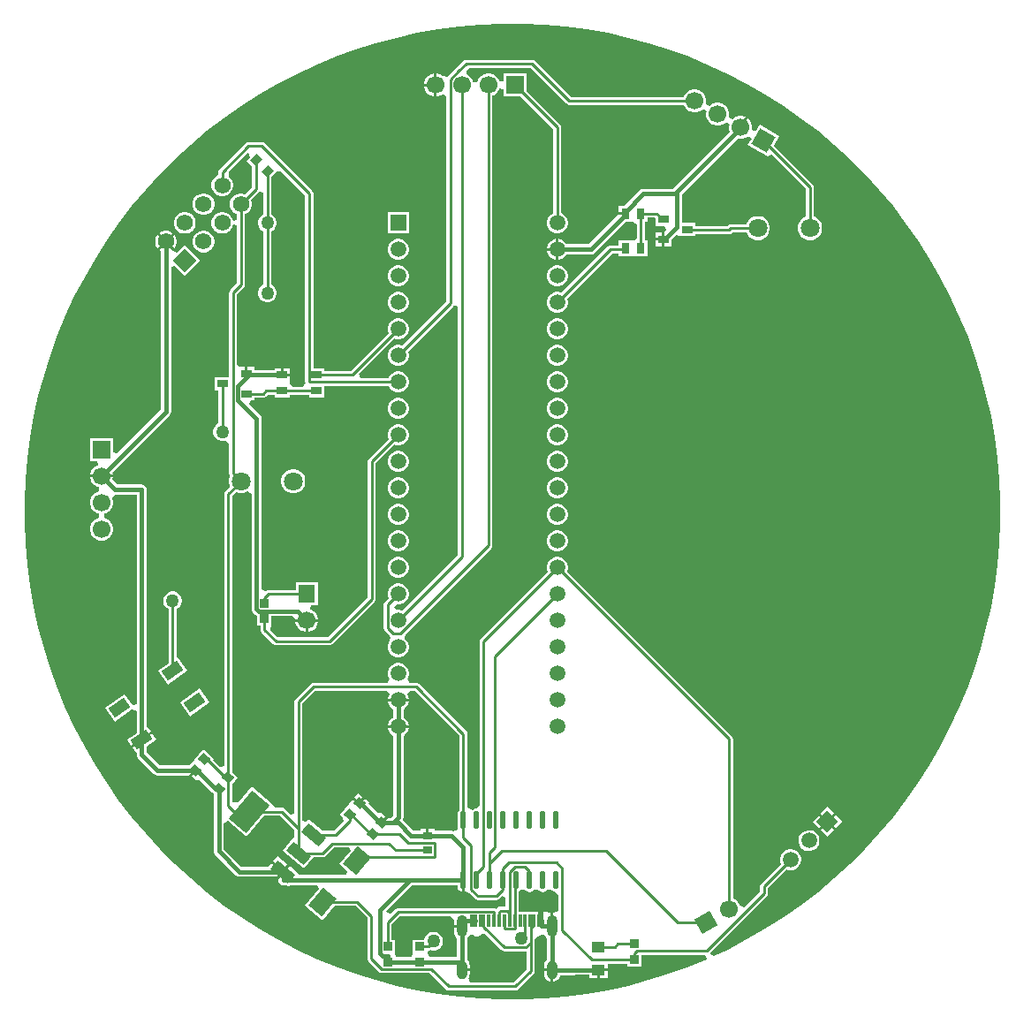
<source format=gtl>
G04*
G04 #@! TF.GenerationSoftware,Altium Limited,Altium Designer,24.6.1 (21)*
G04*
G04 Layer_Physical_Order=1*
G04 Layer_Color=255*
%FSLAX25Y25*%
%MOIN*%
G70*
G04*
G04 #@! TF.SameCoordinates,14203EA7-49FE-442F-A609-4801219AAA54*
G04*
G04*
G04 #@! TF.FilePolarity,Positive*
G04*
G01*
G75*
%ADD11C,0.01000*%
G04:AMPARAMS|DCode=17|XSize=86.61mil|YSize=66.93mil|CornerRadius=0mil|HoleSize=0mil|Usage=FLASHONLY|Rotation=230.000|XOffset=0mil|YOffset=0mil|HoleType=Round|Shape=Rectangle|*
%AMROTATEDRECTD17*
4,1,4,0.00220,0.05469,0.05347,0.01167,-0.00220,-0.05469,-0.05347,-0.01167,0.00220,0.05469,0.0*
%
%ADD17ROTATEDRECTD17*%

%ADD18O,0.02205X0.06870*%
%ADD19R,0.03937X0.03150*%
%ADD20R,0.02953X0.03937*%
G04:AMPARAMS|DCode=21|XSize=70.87mil|YSize=43.31mil|CornerRadius=0mil|HoleSize=0mil|Usage=FLASHONLY|Rotation=35.000|XOffset=0mil|YOffset=0mil|HoleType=Round|Shape=Rectangle|*
%AMROTATEDRECTD21*
4,1,4,-0.01661,-0.03806,-0.04145,-0.00259,0.01661,0.03806,0.04145,0.00259,-0.01661,-0.03806,0.0*
%
%ADD21ROTATEDRECTD21*%

%ADD22R,0.03937X0.02953*%
G04:AMPARAMS|DCode=23|XSize=137.8mil|YSize=86.61mil|CornerRadius=0mil|HoleSize=0mil|Usage=FLASHONLY|Rotation=50.000|XOffset=0mil|YOffset=0mil|HoleType=Round|Shape=Rectangle|*
%AMROTATEDRECTD23*
4,1,4,-0.01111,-0.08062,-0.07746,-0.02494,0.01111,0.08062,0.07746,0.02494,-0.01111,-0.08062,0.0*
%
%ADD23ROTATEDRECTD23*%

G04:AMPARAMS|DCode=24|XSize=43.31mil|YSize=86.61mil|CornerRadius=0mil|HoleSize=0mil|Usage=FLASHONLY|Rotation=50.000|XOffset=0mil|YOffset=0mil|HoleType=Round|Shape=Rectangle|*
%AMROTATEDRECTD24*
4,1,4,0.01926,-0.04443,-0.04709,0.01125,-0.01926,0.04443,0.04709,-0.01125,0.01926,-0.04443,0.0*
%
%ADD24ROTATEDRECTD24*%

G04:AMPARAMS|DCode=25|XSize=31.5mil|YSize=35.43mil|CornerRadius=0mil|HoleSize=0mil|Usage=FLASHONLY|Rotation=50.000|XOffset=0mil|YOffset=0mil|HoleType=Round|Shape=Rectangle|*
%AMROTATEDRECTD25*
4,1,4,0.00345,-0.02345,-0.02369,-0.00068,-0.00345,0.02345,0.02369,0.00068,0.00345,-0.02345,0.0*
%
%ADD25ROTATEDRECTD25*%

%ADD26R,0.03543X0.03150*%
%ADD27R,0.04921X0.03937*%
%ADD59R,0.01181X0.04528*%
%ADD60R,0.03402X0.03175*%
G04:AMPARAMS|DCode=61|XSize=31.75mil|YSize=34.02mil|CornerRadius=0mil|HoleSize=0mil|Usage=FLASHONLY|Rotation=135.000|XOffset=0mil|YOffset=0mil|HoleType=Round|Shape=Rectangle|*
%AMROTATEDRECTD61*
4,1,4,0.02325,0.00080,-0.00080,-0.02325,-0.02325,-0.00080,0.00080,0.02325,0.02325,0.00080,0.0*
%
%ADD61ROTATEDRECTD61*%

%ADD62C,0.01800*%
%ADD63P,0.09465X4X195.0*%
%ADD64C,0.06693*%
%ADD65R,0.06693X0.06693*%
%ADD66R,0.06693X0.06693*%
G04:AMPARAMS|DCode=67|XSize=66.93mil|YSize=62mil|CornerRadius=0mil|HoleSize=0mil|Usage=FLASHONLY|Rotation=30.000|XOffset=0mil|YOffset=0mil|HoleType=Round|Shape=Rectangle|*
%AMROTATEDRECTD67*
4,1,4,-0.01348,-0.04358,-0.04448,0.01011,0.01348,0.04358,0.04448,-0.01011,-0.01348,-0.04358,0.0*
%
%ADD67ROTATEDRECTD67*%

%ADD68C,0.05906*%
%ADD69P,0.08352X4X91.0*%
%ADD70O,0.03937X0.08268*%
%ADD71O,0.03937X0.07087*%
%ADD72C,0.07087*%
%ADD73P,0.08768X4X90.0*%
%ADD74C,0.06200*%
%ADD75R,0.05906X0.05906*%
%ADD76R,0.06200X0.06693*%
%ADD77C,0.05000*%
G36*
X-78129Y119466D02*
Y49000D01*
X-78068Y48693D01*
X-78602Y47686D01*
X-79001Y47193D01*
X-82726D01*
X-83833Y48140D01*
Y49092D01*
X-83833D01*
Y51069D01*
X-86802D01*
Y51569D01*
X-87302D01*
Y54045D01*
X-89770D01*
Y53506D01*
X-97306D01*
Y54602D01*
X-99774D01*
Y52027D01*
X-100774D01*
Y54602D01*
X-103243D01*
X-103813Y55866D01*
Y81981D01*
X-101276Y84519D01*
X-100945Y85015D01*
X-100828Y85600D01*
Y112236D01*
X-100775Y112250D01*
X-99840Y112790D01*
X-99077Y113554D01*
X-98537Y114488D01*
X-98258Y115531D01*
Y116611D01*
X-98537Y117654D01*
X-98565Y117701D01*
X-95516Y120750D01*
X-95432Y120875D01*
X-93932Y120437D01*
Y112159D01*
X-94552Y111801D01*
X-95204Y111149D01*
X-95664Y110351D01*
X-95903Y109461D01*
Y108539D01*
X-95664Y107649D01*
X-95204Y106851D01*
X-94552Y106199D01*
X-93932Y105842D01*
Y85659D01*
X-94552Y85301D01*
X-95204Y84649D01*
X-95664Y83851D01*
X-95903Y82961D01*
Y82039D01*
X-95664Y81149D01*
X-95204Y80351D01*
X-94552Y79699D01*
X-93754Y79238D01*
X-92864Y79000D01*
X-91942D01*
X-91052Y79238D01*
X-90254Y79699D01*
X-89602Y80351D01*
X-89141Y81149D01*
X-88903Y82039D01*
Y82961D01*
X-89141Y83851D01*
X-89602Y84649D01*
X-90254Y85301D01*
X-90873Y85659D01*
Y105842D01*
X-90254Y106199D01*
X-89602Y106851D01*
X-89141Y107649D01*
X-88903Y108539D01*
Y109461D01*
X-89141Y110351D01*
X-89602Y111149D01*
X-90254Y111801D01*
X-90873Y112159D01*
Y126273D01*
X-88663Y128483D01*
X-87176Y128513D01*
X-78129Y119466D01*
D02*
G37*
G36*
X12042Y183718D02*
X20044Y183017D01*
X28008Y181969D01*
X35918Y180574D01*
X43761Y178835D01*
X51520Y176756D01*
X59181Y174341D01*
X66729Y171594D01*
X74150Y168520D01*
X81431Y165125D01*
X88556Y161416D01*
X95512Y157399D01*
X102287Y153083D01*
X108867Y148476D01*
X115240Y143586D01*
X121393Y138423D01*
X127316Y132996D01*
X132996Y127316D01*
X138423Y121393D01*
X143586Y115240D01*
X148476Y108867D01*
X153083Y102287D01*
X157399Y95512D01*
X161416Y88556D01*
X165125Y81431D01*
X168520Y74150D01*
X171594Y66729D01*
X174341Y59181D01*
X176756Y51520D01*
X178835Y43761D01*
X180574Y35918D01*
X181969Y28008D01*
X183017Y20044D01*
X183718Y12042D01*
X184068Y4016D01*
Y0D01*
Y-4016D01*
X183718Y-12042D01*
X183017Y-20044D01*
X181969Y-28008D01*
X180574Y-35918D01*
X178835Y-43761D01*
X176756Y-51520D01*
X174341Y-59181D01*
X171594Y-66729D01*
X168520Y-74150D01*
X165125Y-81431D01*
X161416Y-88556D01*
X157399Y-95512D01*
X153083Y-102287D01*
X148476Y-108867D01*
X143586Y-115240D01*
X138423Y-121393D01*
X132996Y-127316D01*
X127316Y-132996D01*
X121393Y-138423D01*
X115240Y-143586D01*
X108867Y-148476D01*
X102287Y-153083D01*
X95512Y-157399D01*
X88556Y-161416D01*
X81431Y-165125D01*
X75995Y-167659D01*
X74393Y-166753D01*
X74710Y-166353D01*
X74382Y-166681D01*
Y-166681D01*
X74979Y-166083D01*
X96081Y-144981D01*
X96413Y-144485D01*
X96529Y-143900D01*
Y-141904D01*
X103464Y-134970D01*
X103519Y-135000D01*
X104529Y-135252D01*
X105569Y-135234D01*
X106570Y-134947D01*
X107462Y-134411D01*
X108185Y-133662D01*
X108689Y-132752D01*
X108941Y-131742D01*
X108923Y-130701D01*
X108636Y-129701D01*
X108100Y-128809D01*
X107352Y-128086D01*
X106441Y-127581D01*
X105431Y-127329D01*
X104391Y-127348D01*
X103390Y-127634D01*
X102498Y-128171D01*
X101775Y-128919D01*
X101271Y-129829D01*
X101019Y-130839D01*
X101037Y-131880D01*
X101302Y-132805D01*
X93919Y-140189D01*
X93587Y-140685D01*
X93471Y-141271D01*
Y-143266D01*
X87531Y-149206D01*
X87301Y-149218D01*
X85909Y-148707D01*
X85766Y-148176D01*
X85194Y-147185D01*
X84385Y-146375D01*
X83394Y-145803D01*
X83245Y-145763D01*
Y-85716D01*
X83129Y-85131D01*
X82797Y-84635D01*
X20685Y-22522D01*
X20953Y-21520D01*
Y-20480D01*
X20683Y-19474D01*
X20163Y-18573D01*
X19427Y-17837D01*
X18526Y-17317D01*
X17520Y-17047D01*
X16480D01*
X15474Y-17317D01*
X14573Y-17837D01*
X13837Y-18573D01*
X13317Y-19474D01*
X13047Y-20480D01*
Y-21520D01*
X13316Y-22522D01*
X-11981Y-47819D01*
X-12313Y-48315D01*
X-12429Y-48900D01*
Y-110590D01*
X-13500Y-111906D01*
X-14320Y-112069D01*
X-15016Y-112534D01*
X-16419Y-111952D01*
X-16971Y-111401D01*
Y-83800D01*
X-17087Y-83215D01*
X-17419Y-82719D01*
X-35219Y-64919D01*
X-35715Y-64587D01*
X-36300Y-64471D01*
X-38769D01*
X-39033Y-64213D01*
X-39573Y-62971D01*
X-39317Y-62526D01*
X-39047Y-61520D01*
Y-60480D01*
X-39317Y-59474D01*
X-39837Y-58573D01*
X-40573Y-57837D01*
X-41474Y-57317D01*
X-42480Y-57047D01*
X-43520D01*
X-44526Y-57317D01*
X-45427Y-57837D01*
X-46163Y-58573D01*
X-46683Y-59474D01*
X-46953Y-60480D01*
Y-61520D01*
X-46683Y-62526D01*
X-46426Y-62971D01*
X-46968Y-64213D01*
X-47231Y-64471D01*
X-75000D01*
X-75585Y-64587D01*
X-76081Y-64919D01*
X-81736Y-70573D01*
X-82067Y-71069D01*
X-82184Y-71654D01*
Y-113852D01*
X-83569Y-114426D01*
X-85919Y-112077D01*
X-86415Y-111745D01*
X-87000Y-111629D01*
X-89684D01*
X-90191Y-110541D01*
Y-110541D01*
X-98358Y-103688D01*
X-103241Y-109506D01*
X-105212Y-109630D01*
X-105699Y-109180D01*
Y-102878D01*
X-103450Y-100198D01*
X-105699Y-98311D01*
Y5982D01*
X-104298Y7383D01*
X-104096Y7266D01*
X-102940Y6957D01*
X-101744D01*
X-100589Y7266D01*
X-99937Y7643D01*
X-98803Y7188D01*
X-98437Y6859D01*
Y-36500D01*
X-98290Y-37241D01*
X-97870Y-37870D01*
X-96870Y-38870D01*
X-96241Y-39290D01*
X-96201Y-39298D01*
Y-43020D01*
X-95029D01*
Y-44500D01*
X-94913Y-45085D01*
X-94581Y-45581D01*
X-90181Y-49981D01*
X-89685Y-50313D01*
X-89100Y-50429D01*
X-69100D01*
X-68515Y-50313D01*
X-68019Y-49981D01*
X-51919Y-33881D01*
X-51587Y-33385D01*
X-51471Y-32800D01*
Y18367D01*
X-44522Y25315D01*
X-43520Y25047D01*
X-42480D01*
X-41474Y25317D01*
X-40573Y25837D01*
X-39837Y26573D01*
X-39317Y27474D01*
X-39047Y28480D01*
Y29520D01*
X-39317Y30526D01*
X-39837Y31427D01*
X-40573Y32163D01*
X-41474Y32683D01*
X-42480Y32953D01*
X-43520D01*
X-44526Y32683D01*
X-45427Y32163D01*
X-46163Y31427D01*
X-46683Y30526D01*
X-46953Y29520D01*
Y28480D01*
X-46685Y27478D01*
X-54081Y20081D01*
X-54413Y19585D01*
X-54529Y19000D01*
Y-32166D01*
X-69734Y-47371D01*
X-88467D01*
X-91318Y-44519D01*
X-90799Y-43020D01*
X-90799D01*
Y-39437D01*
X-83134D01*
X-81846Y-40428D01*
Y-40500D01*
X-77500D01*
X-73154D01*
Y-40428D01*
X-73450Y-39322D01*
X-74022Y-38331D01*
X-74831Y-37522D01*
X-75822Y-36950D01*
X-76208Y-36846D01*
X-76010Y-35346D01*
X-73400D01*
Y-26654D01*
X-81600D01*
Y-29471D01*
X-92000D01*
X-92585Y-29587D01*
X-93081Y-29919D01*
X-93177Y-30014D01*
X-94563Y-29440D01*
Y35200D01*
X-94710Y35941D01*
X-95130Y36570D01*
X-99147Y40586D01*
X-98573Y41972D01*
X-97306D01*
Y43018D01*
X-94100D01*
X-93515Y43134D01*
X-93019Y43466D01*
X-92350Y44134D01*
X-89770D01*
Y43187D01*
X-83833D01*
Y44134D01*
X-76771D01*
Y43187D01*
X-70833D01*
Y47471D01*
X-46681D01*
X-46163Y46573D01*
X-45427Y45837D01*
X-44526Y45317D01*
X-43520Y45047D01*
X-42480D01*
X-41474Y45317D01*
X-40573Y45837D01*
X-39837Y46573D01*
X-39317Y47474D01*
X-39047Y48480D01*
Y49520D01*
X-39317Y50526D01*
X-39837Y51427D01*
X-40573Y52163D01*
X-41474Y52683D01*
X-42480Y52953D01*
X-43520D01*
X-44526Y52683D01*
X-45427Y52163D01*
X-46163Y51427D01*
X-46681Y50529D01*
X-57348D01*
X-57922Y51915D01*
X-44522Y65316D01*
X-43520Y65047D01*
X-42480D01*
X-41474Y65317D01*
X-40573Y65837D01*
X-39837Y66573D01*
X-39317Y67474D01*
X-39047Y68480D01*
Y69520D01*
X-39317Y70526D01*
X-39837Y71427D01*
X-40573Y72163D01*
X-41474Y72683D01*
X-42480Y72953D01*
X-43520D01*
X-44526Y72683D01*
X-45427Y72163D01*
X-46163Y71427D01*
X-46683Y70526D01*
X-46953Y69520D01*
Y68480D01*
X-46685Y67478D01*
X-61065Y53098D01*
X-70833D01*
Y54045D01*
X-75071D01*
Y120100D01*
X-75187Y120685D01*
X-75519Y121181D01*
X-93419Y139081D01*
X-93915Y139413D01*
X-94500Y139529D01*
X-99500D01*
X-100085Y139413D01*
X-100581Y139081D01*
X-110510Y129152D01*
X-110842Y128656D01*
X-110958Y128071D01*
Y126977D01*
X-111012Y126963D01*
X-111946Y126423D01*
X-112710Y125660D01*
X-113250Y124725D01*
X-113529Y123682D01*
Y122602D01*
X-113250Y121560D01*
X-112710Y120625D01*
X-111946Y119861D01*
X-111012Y119322D01*
X-109969Y119042D01*
X-108889D01*
X-107846Y119322D01*
X-106912Y119861D01*
X-106148Y120625D01*
X-105608Y121560D01*
X-105329Y122602D01*
Y123682D01*
X-105608Y124725D01*
X-106148Y125660D01*
X-106912Y126423D01*
X-107083Y128254D01*
X-99759Y135579D01*
X-99457Y135519D01*
X-98963Y133891D01*
X-100337Y132517D01*
X-98127Y130307D01*
Y122465D01*
X-100728Y119864D01*
X-100775Y119892D01*
X-101818Y120171D01*
X-102898D01*
X-103940Y119892D01*
X-104875Y119352D01*
X-105639Y118588D01*
X-106178Y117654D01*
X-106458Y116611D01*
Y115531D01*
X-106178Y114488D01*
X-105639Y113554D01*
X-104875Y112790D01*
X-103940Y112250D01*
X-103887Y112236D01*
Y109954D01*
X-105387Y109757D01*
X-105608Y110582D01*
X-106148Y111518D01*
X-106912Y112281D01*
X-107846Y112821D01*
X-108889Y113100D01*
X-109969D01*
X-111012Y112821D01*
X-111946Y112281D01*
X-112710Y111518D01*
X-113250Y110582D01*
X-113529Y109540D01*
Y108460D01*
X-113250Y107418D01*
X-112710Y106483D01*
X-111946Y105719D01*
X-111012Y105179D01*
X-109969Y104900D01*
X-108889D01*
X-107846Y105179D01*
X-106912Y105719D01*
X-106148Y106483D01*
X-105608Y107418D01*
X-105387Y108243D01*
X-103887Y108046D01*
Y86234D01*
X-106424Y83696D01*
X-106756Y83200D01*
X-106872Y82615D01*
Y50862D01*
X-112298D01*
Y45713D01*
X-110829D01*
Y33358D01*
X-111449Y33001D01*
X-112101Y32349D01*
X-112562Y31551D01*
X-112800Y30661D01*
Y29739D01*
X-112562Y28849D01*
X-112101Y28051D01*
X-111449Y27399D01*
X-110651Y26939D01*
X-109761Y26700D01*
X-108839D01*
X-108372Y26825D01*
X-107257Y26225D01*
X-106872Y25828D01*
Y14499D01*
X-106756Y13914D01*
X-106455Y13464D01*
X-106576Y13254D01*
X-106886Y12098D01*
Y10902D01*
X-106576Y9746D01*
X-106460Y9546D01*
X-108310Y7697D01*
X-108641Y7201D01*
X-108758Y6615D01*
Y-95808D01*
X-110144Y-96382D01*
X-112851Y-93675D01*
X-112450Y-93198D01*
X-116697Y-89635D01*
X-120007Y-93580D01*
D01*
X-120971Y-94729D01*
X-121764Y-95674D01*
X-132986D01*
X-137883Y-90777D01*
Y-88474D01*
X-134283Y-85953D01*
X-135812Y-83770D01*
X-139534Y-86376D01*
X-143255Y-88982D01*
X-141758Y-91121D01*
Y-91580D01*
X-141610Y-92321D01*
X-141190Y-92949D01*
X-135159Y-98981D01*
X-134530Y-99401D01*
X-133789Y-99548D01*
X-122050D01*
X-120154Y-97290D01*
X-119388Y-97933D01*
X-121043Y-99905D01*
X-119303Y-101365D01*
X-119303D01*
X-117849Y-101302D01*
X-114458Y-104693D01*
X-114550Y-104802D01*
X-113301Y-105850D01*
X-113170Y-105981D01*
X-113046Y-106064D01*
X-112709Y-106347D01*
Y-128007D01*
X-112561Y-128749D01*
X-112141Y-129377D01*
X-104370Y-137148D01*
X-103741Y-137568D01*
X-103000Y-137716D01*
X-89090D01*
X-88892Y-137882D01*
X-87179Y-135840D01*
X-90879Y-132735D01*
X-91808Y-133841D01*
X-102198D01*
X-108834Y-127205D01*
Y-117454D01*
X-107334Y-116754D01*
X-100334Y-122628D01*
X-93670Y-114687D01*
X-87634D01*
X-82184Y-120137D01*
Y-122748D01*
X-82703Y-122991D01*
X-82703D01*
X-86772Y-127840D01*
X-78605Y-134693D01*
X-74979Y-130371D01*
X-71500D01*
X-70915Y-130255D01*
X-70419Y-129923D01*
X-67225Y-126729D01*
X-61733D01*
X-61099Y-128089D01*
X-65264Y-133053D01*
X-62165Y-135653D01*
X-62678Y-137063D01*
X-80225D01*
X-80356Y-136780D01*
Y-136780D01*
X-84057Y-133675D01*
X-86092Y-136100D01*
X-88337Y-138776D01*
Y-139000D01*
X-88190Y-139741D01*
X-87770Y-140370D01*
X-87141Y-140790D01*
X-86400Y-140937D01*
X-85251D01*
X-84426Y-141630D01*
X-83845Y-140937D01*
X-73655D01*
X-73021Y-142297D01*
X-78248Y-148527D01*
X-71589Y-154114D01*
X-67102Y-148766D01*
X-59096D01*
X-54729Y-153133D01*
Y-168500D01*
X-54613Y-169085D01*
X-54281Y-169581D01*
X-50282Y-173581D01*
X-49785Y-173913D01*
X-49200Y-174029D01*
X-31334D01*
X-25181Y-180181D01*
X-24685Y-180513D01*
X-24100Y-180629D01*
X1000D01*
X1585Y-180513D01*
X2081Y-180181D01*
X7981Y-174281D01*
X8313Y-173785D01*
X8429Y-173200D01*
Y-162500D01*
Y-161544D01*
X8461Y-161456D01*
X8995Y-160445D01*
X9834Y-160155D01*
X10300Y-159965D01*
X10375Y-159890D01*
X10474Y-159851D01*
X10695Y-159634D01*
X10831Y-159604D01*
X11774Y-159653D01*
X12346Y-159879D01*
X12415Y-160046D01*
X12891Y-160667D01*
X13071Y-160805D01*
Y-169011D01*
X12891Y-169149D01*
X12415Y-169769D01*
X12116Y-170491D01*
X12014Y-171266D01*
Y-172341D01*
X15008D01*
Y-172841D01*
X15508D01*
Y-177344D01*
X15783Y-177308D01*
X16505Y-177009D01*
X17125Y-176533D01*
X17601Y-175913D01*
X17900Y-175191D01*
X17954Y-174778D01*
X23700D01*
X23750Y-174768D01*
X29039D01*
Y-175800D01*
X32000D01*
Y-172831D01*
X32500D01*
Y-172331D01*
X35961D01*
Y-170495D01*
X43299D01*
Y-171554D01*
X48701D01*
Y-167129D01*
X72360D01*
X72925Y-167671D01*
X73413Y-168583D01*
X73303Y-168871D01*
X66729Y-171594D01*
X59181Y-174341D01*
X51520Y-176756D01*
X43761Y-178835D01*
X35918Y-180574D01*
X28008Y-181969D01*
X20044Y-183017D01*
X12042Y-183718D01*
X4016Y-184068D01*
X-4016D01*
X-12042Y-183718D01*
X-20044Y-183017D01*
X-28008Y-181969D01*
X-35918Y-180574D01*
X-43761Y-178835D01*
X-51520Y-176756D01*
X-59181Y-174341D01*
X-66729Y-171594D01*
X-74150Y-168520D01*
X-81431Y-165125D01*
X-88556Y-161416D01*
X-95512Y-157399D01*
X-102287Y-153083D01*
X-108867Y-148476D01*
X-115240Y-143586D01*
X-121393Y-138423D01*
X-127316Y-132996D01*
X-132996Y-127316D01*
X-138423Y-121393D01*
X-143586Y-115240D01*
X-148476Y-108867D01*
X-153083Y-102287D01*
X-157399Y-95512D01*
X-161416Y-88556D01*
X-165125Y-81431D01*
X-168520Y-74150D01*
X-171594Y-66729D01*
X-174341Y-59181D01*
X-176756Y-51520D01*
X-178835Y-43761D01*
X-180574Y-35918D01*
X-181969Y-28008D01*
X-183017Y-20044D01*
X-183718Y-12042D01*
X-184068Y-4016D01*
Y0D01*
Y4016D01*
X-183718Y12042D01*
X-183017Y20044D01*
X-181969Y28008D01*
X-180574Y35918D01*
X-178835Y43761D01*
X-176756Y51520D01*
X-174341Y59181D01*
X-171594Y66729D01*
X-168520Y74150D01*
X-165125Y81431D01*
X-161416Y88556D01*
X-157399Y95512D01*
X-153083Y102287D01*
X-148476Y108867D01*
X-143586Y115240D01*
X-138423Y121393D01*
X-132996Y127316D01*
X-127316Y132996D01*
X-121393Y138423D01*
X-115240Y143586D01*
X-108867Y148476D01*
X-102287Y153083D01*
X-95512Y157399D01*
X-88556Y161416D01*
X-81431Y165125D01*
X-74150Y168520D01*
X-66729Y171594D01*
X-59181Y174341D01*
X-51520Y176756D01*
X-43761Y178835D01*
X-35918Y180574D01*
X-28008Y181969D01*
X-20044Y183017D01*
X-12042Y183718D01*
X-4016Y184068D01*
X4016D01*
X12042Y183718D01*
D02*
G37*
G36*
X-20029Y-84434D02*
Y-112554D01*
X-20480Y-113229D01*
X-20643Y-114049D01*
Y-118715D01*
X-20480Y-119535D01*
X-20618Y-119793D01*
X-20683Y-119862D01*
X-22259Y-120454D01*
X-23000Y-120307D01*
X-29228D01*
Y-119669D01*
X-31500D01*
Y-122244D01*
X-32500D01*
Y-119669D01*
X-34772D01*
Y-120307D01*
X-37442D01*
X-41374Y-116375D01*
X-41210Y-116130D01*
X-41063Y-115389D01*
Y-84446D01*
X-40573Y-84163D01*
X-39837Y-83427D01*
X-39317Y-82526D01*
X-39047Y-81520D01*
Y-81500D01*
X-46953D01*
Y-81520D01*
X-46683Y-82526D01*
X-46163Y-83427D01*
X-45427Y-84163D01*
X-44937Y-84446D01*
Y-114586D01*
X-45802Y-115452D01*
X-46950D01*
X-48845Y-117710D01*
X-49611Y-117067D01*
X-47956Y-115095D01*
X-49697Y-113635D01*
X-49697D01*
X-50768Y-113682D01*
X-54316Y-110134D01*
X-53950Y-109698D01*
X-55690Y-108238D01*
X-57345Y-110210D01*
X-57728Y-109889D01*
X-58050Y-110272D01*
X-60173Y-108490D01*
X-60806Y-109244D01*
X-61720Y-110334D01*
X-61740Y-110357D01*
X-61740Y-110357D01*
X-65050Y-114302D01*
X-63827Y-115328D01*
X-63761Y-116827D01*
X-67311Y-120376D01*
X-71732D01*
X-76883Y-116054D01*
X-77715Y-117046D01*
X-79125Y-116533D01*
Y-72288D01*
X-74366Y-67529D01*
X-47231D01*
X-46968Y-67787D01*
X-46426Y-69029D01*
X-46683Y-69474D01*
X-46953Y-70480D01*
Y-70500D01*
X-39047D01*
Y-70480D01*
X-39317Y-69474D01*
X-39573Y-69029D01*
X-39033Y-67787D01*
X-38769Y-67529D01*
X-36933D01*
X-20029Y-84434D01*
D02*
G37*
G36*
X-18000Y-143377D02*
X-17680Y-143313D01*
X-16581Y-143581D01*
X-16183Y-143980D01*
X-14081Y-146081D01*
X-13585Y-146413D01*
X-13000Y-146529D01*
X-6000D01*
X-5415Y-146413D01*
X-4919Y-146081D01*
X-3931Y-145094D01*
X-2545Y-145668D01*
Y-148924D01*
X-4367D01*
X-4953Y-149040D01*
X-5449Y-149372D01*
X-5933Y-149856D01*
X-6336Y-149587D01*
X-6921Y-149471D01*
X-43000D01*
X-43585Y-149587D01*
X-44082Y-149919D01*
X-45835Y-151672D01*
X-47428Y-151144D01*
X-47515Y-150554D01*
X-37898Y-140937D01*
X-20643D01*
Y-141333D01*
X-20480Y-142153D01*
X-20016Y-142848D01*
X-19320Y-143313D01*
X-19000Y-143377D01*
Y-139000D01*
X-18000D01*
Y-143377D01*
D02*
G37*
G36*
X14833Y-142622D02*
X14985Y-142848D01*
X15680Y-143313D01*
X16500Y-143476D01*
X17356Y-144835D01*
Y-150419D01*
X17242Y-150581D01*
X15856Y-151357D01*
X15783Y-151327D01*
X15508Y-151290D01*
Y-156384D01*
X14508D01*
Y-151290D01*
X14280Y-151320D01*
X14222Y-151323D01*
X12779Y-150895D01*
Y-150895D01*
X11689D01*
Y-154159D01*
X10689D01*
Y-150895D01*
X10508D01*
Y-154159D01*
X9630D01*
Y-150895D01*
X2482D01*
Y-143205D01*
X3016Y-142848D01*
X3167Y-142623D01*
X3277Y-142584D01*
X4723D01*
X4834Y-142623D01*
X4984Y-142848D01*
X5680Y-143313D01*
X6500Y-143476D01*
X7320Y-143313D01*
X8016Y-142848D01*
X8167Y-142622D01*
X8278Y-142584D01*
X9722D01*
X9833Y-142622D01*
X9984Y-142848D01*
X10680Y-143313D01*
X11500Y-143476D01*
X12320Y-143313D01*
X13016Y-142848D01*
X13167Y-142622D01*
X13278Y-142584D01*
X14722D01*
X14833Y-142622D01*
D02*
G37*
G36*
X-10209Y-159312D02*
X-4139Y-165381D01*
X-3643Y-165713D01*
X-3058Y-165829D01*
X5100D01*
X5371Y-166051D01*
Y-172566D01*
X366Y-177571D01*
X-15890D01*
X-15936Y-177522D01*
X-16536Y-176071D01*
X-16415Y-175913D01*
X-16116Y-175191D01*
X-16014Y-174416D01*
Y-173341D01*
X-19008D01*
Y-172341D01*
X-16014D01*
Y-171266D01*
X-16116Y-170491D01*
X-16415Y-169769D01*
X-16891Y-169149D01*
X-17071Y-169011D01*
Y-160805D01*
X-16891Y-160667D01*
X-16415Y-160046D01*
X-16345Y-159879D01*
X-15772Y-159652D01*
X-14831Y-159604D01*
X-14694Y-159634D01*
X-14473Y-159851D01*
X-14374Y-159891D01*
X-14299Y-159966D01*
X-13833Y-160155D01*
X-13727Y-160155D01*
X-13629Y-160196D01*
X-13126Y-160196D01*
X-13028Y-160155D01*
X-12922Y-160155D01*
X-12456Y-159965D01*
X-12381Y-159890D01*
X-12282Y-159851D01*
X-11924Y-159499D01*
X-11373Y-159318D01*
X-10252Y-159295D01*
X-10209Y-159312D01*
D02*
G37*
G36*
X-22808Y-152777D02*
X-21977Y-154029D01*
X-22002Y-154219D01*
Y-155884D01*
X-19008D01*
Y-156884D01*
X-22002D01*
Y-158549D01*
X-21900Y-159324D01*
X-21601Y-160046D01*
X-21125Y-160667D01*
X-20945Y-160805D01*
Y-168029D01*
X-31231D01*
X-32052Y-166529D01*
X-31734Y-165563D01*
X-31149Y-165447D01*
X-30923Y-165296D01*
X-30161Y-165500D01*
X-29239D01*
X-28349Y-165261D01*
X-27551Y-164801D01*
X-26899Y-164149D01*
X-26439Y-163351D01*
X-26200Y-162461D01*
Y-161539D01*
X-26439Y-160649D01*
X-26899Y-159851D01*
X-27551Y-159199D01*
X-28349Y-158739D01*
X-29239Y-158500D01*
X-30161D01*
X-31051Y-158739D01*
X-31849Y-159199D01*
X-32501Y-159851D01*
X-32961Y-160649D01*
X-33175Y-161446D01*
X-37701D01*
Y-165878D01*
X-37701Y-166622D01*
X-37925Y-168029D01*
X-44075D01*
X-44299Y-166622D01*
X-44299Y-166621D01*
Y-161446D01*
X-45471D01*
Y-155633D01*
X-42366Y-152529D01*
X-23145D01*
X-22808Y-152777D01*
D02*
G37*
%LPC*%
G36*
X-83833Y54045D02*
X-86302D01*
Y52069D01*
X-83833D01*
Y54045D01*
D02*
G37*
G36*
X-29500Y165347D02*
X-29572D01*
X-30678Y165050D01*
X-31669Y164478D01*
X-32478Y163669D01*
X-33050Y162678D01*
X-33346Y161572D01*
Y161500D01*
X-29500D01*
Y165347D01*
D02*
G37*
G36*
Y160500D02*
X-33346D01*
Y160428D01*
X-33050Y159322D01*
X-32478Y158331D01*
X-31669Y157522D01*
X-30678Y156950D01*
X-29572Y156653D01*
X-29500D01*
Y160500D01*
D02*
G37*
G36*
X-115960Y120171D02*
X-117040D01*
X-118082Y119892D01*
X-119018Y119352D01*
X-119781Y118588D01*
X-120321Y117654D01*
X-120600Y116611D01*
Y115531D01*
X-120321Y114488D01*
X-119781Y113554D01*
X-119018Y112790D01*
X-118082Y112250D01*
X-117040Y111971D01*
X-115960D01*
X-114918Y112250D01*
X-113982Y112790D01*
X-113219Y113554D01*
X-112679Y114488D01*
X-112400Y115531D01*
Y116611D01*
X-112679Y117654D01*
X-113219Y118588D01*
X-113982Y119352D01*
X-114918Y119892D01*
X-115960Y120171D01*
D02*
G37*
G36*
X-39047Y112953D02*
X-46953D01*
Y105047D01*
X-39047D01*
Y112953D01*
D02*
G37*
G36*
X-123031Y113100D02*
X-124111D01*
X-125154Y112821D01*
X-126089Y112281D01*
X-126852Y111518D01*
X-127392Y110582D01*
X-127671Y109540D01*
Y108460D01*
X-127392Y107418D01*
X-126852Y106483D01*
X-126089Y105719D01*
X-125154Y105179D01*
X-124111Y104900D01*
X-123031D01*
X-121988Y105179D01*
X-121054Y105719D01*
X-120290Y106483D01*
X-119750Y107418D01*
X-119471Y108460D01*
Y109540D01*
X-119750Y110582D01*
X-120290Y111518D01*
X-121054Y112281D01*
X-121988Y112821D01*
X-123031Y113100D01*
D02*
G37*
G36*
X56472Y105335D02*
X54004D01*
Y103260D01*
X56472D01*
Y105335D01*
D02*
G37*
G36*
X-130102Y106029D02*
X-131182D01*
X-132225Y105750D01*
X-133160Y105210D01*
X-133188Y105182D01*
X-130642Y102636D01*
X-128097Y105182D01*
X-128125Y105210D01*
X-129060Y105750D01*
X-130102Y106029D01*
D02*
G37*
G36*
X7500Y170529D02*
X-17400D01*
X-17985Y170413D01*
X-18481Y170081D01*
X-21193Y167370D01*
X-24194Y164369D01*
X-24698Y164103D01*
X-26095Y164242D01*
X-26331Y164478D01*
X-27322Y165050D01*
X-28428Y165347D01*
X-28500D01*
Y161000D01*
Y156653D01*
X-28428D01*
X-27322Y156950D01*
X-26429Y157465D01*
X-26003Y157354D01*
X-24929Y156802D01*
Y79233D01*
X-41478Y62685D01*
X-42480Y62953D01*
X-43520D01*
X-44526Y62683D01*
X-45427Y62163D01*
X-46163Y61427D01*
X-46683Y60526D01*
X-46953Y59520D01*
Y58480D01*
X-46683Y57474D01*
X-46163Y56573D01*
X-45427Y55837D01*
X-44526Y55317D01*
X-43520Y55047D01*
X-42480D01*
X-41474Y55317D01*
X-40573Y55837D01*
X-39837Y56573D01*
X-39317Y57474D01*
X-39047Y58480D01*
Y59520D01*
X-39316Y60522D01*
X-22319Y77519D01*
X-22029Y77951D01*
X-21917Y77973D01*
X-20529Y77533D01*
Y-16366D01*
X-41478Y-37315D01*
X-42480Y-37047D01*
X-43520D01*
X-44502Y-36087D01*
X-43788Y-35262D01*
X-43277Y-34953D01*
X-42480D01*
X-41474Y-34683D01*
X-40573Y-34163D01*
X-39837Y-33427D01*
X-39317Y-32526D01*
X-39047Y-31520D01*
Y-30480D01*
X-39317Y-29474D01*
X-39837Y-28573D01*
X-40573Y-27837D01*
X-41474Y-27317D01*
X-42480Y-27047D01*
X-43520D01*
X-44526Y-27317D01*
X-45427Y-27837D01*
X-46163Y-28573D01*
X-46683Y-29474D01*
X-46953Y-30480D01*
Y-31520D01*
X-46685Y-32522D01*
X-48081Y-33919D01*
X-48413Y-34415D01*
X-48529Y-35000D01*
Y-44000D01*
X-48413Y-44585D01*
X-48081Y-45081D01*
X-46371Y-46791D01*
X-46083Y-47111D01*
X-46162Y-48559D01*
X-46213Y-48660D01*
X-46683Y-49474D01*
X-46953Y-50480D01*
Y-51520D01*
X-46683Y-52526D01*
X-46163Y-53427D01*
X-45427Y-54163D01*
X-44526Y-54683D01*
X-43520Y-54953D01*
X-42480D01*
X-41474Y-54683D01*
X-40573Y-54163D01*
X-39837Y-53427D01*
X-39317Y-52526D01*
X-39047Y-51520D01*
Y-50480D01*
X-39317Y-49474D01*
X-39837Y-48573D01*
X-40264Y-48147D01*
X-40569Y-47806D01*
X-40363Y-46226D01*
X-7919Y-13781D01*
X-7587Y-13285D01*
X-7471Y-12700D01*
Y156910D01*
X-7322Y156950D01*
X-6331Y157522D01*
X-5522Y158331D01*
X-4950Y159322D01*
X-4846Y159708D01*
X-3347Y159510D01*
Y156653D01*
X3184D01*
X15471Y144367D01*
Y112681D01*
X14573Y112163D01*
X13837Y111427D01*
X13317Y110526D01*
X13047Y109520D01*
Y108480D01*
X13317Y107474D01*
X13837Y106573D01*
X14573Y105837D01*
X15474Y105317D01*
X16480Y105047D01*
X17520D01*
X18526Y105317D01*
X19427Y105837D01*
X20163Y106573D01*
X20683Y107474D01*
X20953Y108480D01*
Y109520D01*
X20683Y110526D01*
X20163Y111427D01*
X19427Y112163D01*
X18529Y112681D01*
Y145000D01*
X18413Y145585D01*
X18081Y146081D01*
X5347Y158816D01*
Y165347D01*
X-3347D01*
Y162490D01*
X-4846Y162292D01*
X-4950Y162678D01*
X-5522Y163669D01*
X-6331Y164478D01*
X-7322Y165050D01*
X-8428Y165347D01*
X-9572D01*
X-10678Y165050D01*
X-11669Y164478D01*
X-12478Y163669D01*
X-13050Y162678D01*
X-13224Y162031D01*
X-14776D01*
X-14950Y162678D01*
X-15522Y163669D01*
X-16331Y164478D01*
X-17115Y164931D01*
X-17410Y166387D01*
X-16433Y167471D01*
X6866D01*
X20419Y153919D01*
X20915Y153587D01*
X21500Y153471D01*
X64750D01*
X64789Y153322D01*
X65362Y152331D01*
X66171Y151522D01*
X67162Y150950D01*
X68268Y150654D01*
X69412Y150654D01*
X70517Y150950D01*
X71509Y151522D01*
X71982Y151996D01*
X73327Y151219D01*
X73154Y150572D01*
X73154Y149428D01*
X73450Y148322D01*
X74022Y147331D01*
X74831Y146522D01*
X75822Y145950D01*
X76928Y145654D01*
X78072Y145654D01*
X79178Y145950D01*
X80169Y146522D01*
X80642Y146995D01*
X81987Y146219D01*
X81814Y145572D01*
X81814Y144428D01*
X82078Y143441D01*
X60630Y121994D01*
X60630Y121994D01*
X60630Y121993D01*
X60512Y121875D01*
X49541D01*
X48799Y121728D01*
X48171Y121308D01*
X42331Y115469D01*
X40118D01*
Y113000D01*
X42595D01*
Y112000D01*
X39855D01*
X28792Y100937D01*
X20446D01*
X20163Y101427D01*
X19427Y102163D01*
X18526Y102683D01*
X17520Y102953D01*
X17500D01*
Y99000D01*
Y95047D01*
X17520D01*
X18526Y95317D01*
X19427Y95837D01*
X20163Y96573D01*
X20446Y97063D01*
X29595D01*
X30336Y97210D01*
X30964Y97630D01*
X42866Y109531D01*
X44524D01*
X45071Y109531D01*
Y109531D01*
X45471D01*
X46971Y108424D01*
Y103529D01*
X45910Y102469D01*
X45071D01*
X44524Y102469D01*
X40118D01*
Y100529D01*
X37000D01*
X36415Y100413D01*
X35919Y100081D01*
X18522Y82684D01*
X17520Y82953D01*
X16480D01*
X15474Y82683D01*
X14573Y82163D01*
X13837Y81427D01*
X13317Y80526D01*
X13047Y79520D01*
Y78480D01*
X13317Y77474D01*
X13837Y76573D01*
X14573Y75837D01*
X15474Y75317D01*
X16480Y75047D01*
X17520D01*
X18526Y75317D01*
X19427Y75837D01*
X20163Y76573D01*
X20683Y77474D01*
X20953Y78480D01*
Y79520D01*
X20685Y80522D01*
X37633Y97471D01*
X40118D01*
Y96531D01*
X44524D01*
X46024Y96531D01*
X46571Y96531D01*
X50976D01*
Y102469D01*
X50029D01*
Y109531D01*
X50976D01*
Y110971D01*
X53685D01*
X54004Y110652D01*
Y107665D01*
X57348D01*
X57932Y106314D01*
X57472Y105752D01*
Y102760D01*
Y100185D01*
X59941D01*
Y102595D01*
X61795Y104449D01*
X63059Y103925D01*
Y103925D01*
X68996D01*
Y104731D01*
X81700D01*
X82285Y104847D01*
X82781Y105179D01*
X83074Y105471D01*
X88364D01*
X88424Y105246D01*
X89022Y104210D01*
X89868Y103365D01*
X90904Y102766D01*
X92059Y102457D01*
X93256D01*
X94411Y102766D01*
X95447Y103365D01*
X96293Y104210D01*
X96891Y105246D01*
X97201Y106402D01*
Y107598D01*
X96891Y108754D01*
X96293Y109790D01*
X95447Y110635D01*
X94411Y111234D01*
X93256Y111543D01*
X92059D01*
X90904Y111234D01*
X89868Y110635D01*
X89022Y109790D01*
X88424Y108754D01*
X88364Y108529D01*
X82440D01*
X81855Y108413D01*
X81359Y108081D01*
X81067Y107789D01*
X68996D01*
Y109075D01*
X63937D01*
Y119821D01*
X84943Y140827D01*
X85588Y140654D01*
X86733Y140654D01*
X87838Y140950D01*
X88829Y141522D01*
X89111Y141804D01*
X90312Y140883D01*
X88883Y138409D01*
X96411Y134063D01*
X96595Y134380D01*
X98082Y134576D01*
X110813Y121844D01*
Y111294D01*
X110589Y111234D01*
X109553Y110635D01*
X108707Y109790D01*
X108109Y108754D01*
X107799Y107598D01*
Y106402D01*
X108109Y105246D01*
X108707Y104210D01*
X109553Y103365D01*
X110589Y102766D01*
X111744Y102457D01*
X112941D01*
X114096Y102766D01*
X115132Y103365D01*
X115978Y104210D01*
X116576Y105246D01*
X116886Y106402D01*
Y107598D01*
X116576Y108754D01*
X115978Y109790D01*
X115132Y110635D01*
X114096Y111234D01*
X113872Y111294D01*
Y122478D01*
X113756Y123063D01*
X113424Y123559D01*
X98794Y138189D01*
X100758Y141591D01*
X93230Y145937D01*
X91801Y143463D01*
X90403Y144042D01*
X90507Y144428D01*
X90507Y145572D01*
X90210Y146678D01*
X89638Y147669D01*
X88829Y148478D01*
X88766Y148514D01*
X86593Y144750D01*
X85727Y145250D01*
X87901Y149014D01*
X87838Y149050D01*
X86733Y149346D01*
X85588Y149346D01*
X84483Y149050D01*
X83491Y148478D01*
X83018Y148005D01*
X81673Y148781D01*
X81846Y149428D01*
X81846Y150572D01*
X81550Y151678D01*
X80978Y152669D01*
X80169Y153478D01*
X79178Y154050D01*
X78072Y154347D01*
X76928Y154347D01*
X75822Y154050D01*
X74831Y153478D01*
X74358Y153005D01*
X73013Y153781D01*
X73186Y154428D01*
X73186Y155572D01*
X72890Y156678D01*
X72318Y157669D01*
X71509Y158478D01*
X70517Y159050D01*
X69412Y159346D01*
X68268Y159346D01*
X67162Y159050D01*
X66171Y158478D01*
X65362Y157669D01*
X64789Y156678D01*
X64750Y156529D01*
X22133D01*
X8581Y170081D01*
X8085Y170413D01*
X7500Y170529D01*
D02*
G37*
G36*
X56472Y102260D02*
X54004D01*
Y100185D01*
X56472D01*
Y102260D01*
D02*
G37*
G36*
X16500Y102953D02*
X16480D01*
X15474Y102683D01*
X14573Y102163D01*
X13837Y101427D01*
X13317Y100526D01*
X13047Y99520D01*
Y99500D01*
X16500D01*
Y102953D01*
D02*
G37*
G36*
X-127390Y104475D02*
X-129935Y101929D01*
X-127390Y99383D01*
X-127361Y99411D01*
X-126822Y100347D01*
X-126542Y101389D01*
Y102469D01*
X-126822Y103512D01*
X-127361Y104446D01*
X-127390Y104475D01*
D02*
G37*
G36*
X-133895D02*
X-133923Y104446D01*
X-134463Y103512D01*
X-134742Y102469D01*
Y101389D01*
X-134463Y100347D01*
X-133923Y99411D01*
X-133895Y99383D01*
X-131349Y101929D01*
X-133895Y104475D01*
D02*
G37*
G36*
X-115960Y106029D02*
X-117040D01*
X-118082Y105750D01*
X-119018Y105210D01*
X-119781Y104446D01*
X-120321Y103512D01*
X-120600Y102469D01*
Y101389D01*
X-120321Y100347D01*
X-119781Y99411D01*
X-119018Y98648D01*
X-118082Y98108D01*
X-117040Y97829D01*
X-115960D01*
X-114918Y98108D01*
X-113982Y98648D01*
X-113219Y99411D01*
X-112679Y100347D01*
X-112400Y101389D01*
Y102469D01*
X-112679Y103512D01*
X-113219Y104446D01*
X-113982Y105210D01*
X-114918Y105750D01*
X-115960Y106029D01*
D02*
G37*
G36*
X16500Y98500D02*
X13047D01*
Y98480D01*
X13317Y97474D01*
X13837Y96573D01*
X14573Y95837D01*
X15474Y95317D01*
X16480Y95047D01*
X16500D01*
Y98500D01*
D02*
G37*
G36*
X-42480Y102953D02*
X-43520D01*
X-44526Y102683D01*
X-45427Y102163D01*
X-46163Y101427D01*
X-46683Y100526D01*
X-46953Y99520D01*
Y98480D01*
X-46683Y97474D01*
X-46163Y96573D01*
X-45427Y95837D01*
X-44526Y95317D01*
X-43520Y95047D01*
X-42480D01*
X-41474Y95317D01*
X-40573Y95837D01*
X-39837Y96573D01*
X-39317Y97474D01*
X-39047Y98480D01*
Y99520D01*
X-39317Y100526D01*
X-39837Y101427D01*
X-40573Y102163D01*
X-41474Y102683D01*
X-42480Y102953D01*
D02*
G37*
G36*
X-130642Y101222D02*
X-133188Y98676D01*
X-133160Y98648D01*
X-132579Y98313D01*
Y38660D01*
X-149268Y21972D01*
X-150654Y22546D01*
Y27846D01*
X-159346D01*
Y19154D01*
X-156490D01*
X-156292Y17654D01*
X-156678Y17550D01*
X-157669Y16978D01*
X-158478Y16169D01*
X-159050Y15178D01*
X-159346Y14072D01*
Y14000D01*
X-155000D01*
X-150654D01*
Y14072D01*
X-150872Y14888D01*
X-129272Y36488D01*
X-128852Y37116D01*
X-128705Y37858D01*
Y92234D01*
X-127319Y92808D01*
X-123571Y89060D01*
X-117773Y94858D01*
X-123571Y100656D01*
X-126414Y97813D01*
X-127300Y97930D01*
X-127982Y98366D01*
X-127978Y98557D01*
X-130642Y101222D01*
D02*
G37*
G36*
X17520Y92953D02*
X16480D01*
X15474Y92683D01*
X14573Y92163D01*
X13837Y91427D01*
X13317Y90526D01*
X13047Y89520D01*
Y88480D01*
X13317Y87474D01*
X13837Y86573D01*
X14573Y85837D01*
X15474Y85317D01*
X16480Y85047D01*
X17520D01*
X18526Y85317D01*
X19427Y85837D01*
X20163Y86573D01*
X20683Y87474D01*
X20953Y88480D01*
Y89520D01*
X20683Y90526D01*
X20163Y91427D01*
X19427Y92163D01*
X18526Y92683D01*
X17520Y92953D01*
D02*
G37*
G36*
X-42480D02*
X-43520D01*
X-44526Y92683D01*
X-45427Y92163D01*
X-46163Y91427D01*
X-46683Y90526D01*
X-46953Y89520D01*
Y88480D01*
X-46683Y87474D01*
X-46163Y86573D01*
X-45427Y85837D01*
X-44526Y85317D01*
X-43520Y85047D01*
X-42480D01*
X-41474Y85317D01*
X-40573Y85837D01*
X-39837Y86573D01*
X-39317Y87474D01*
X-39047Y88480D01*
Y89520D01*
X-39317Y90526D01*
X-39837Y91427D01*
X-40573Y92163D01*
X-41474Y92683D01*
X-42480Y92953D01*
D02*
G37*
G36*
Y82953D02*
X-43520D01*
X-44526Y82683D01*
X-45427Y82163D01*
X-46163Y81427D01*
X-46683Y80526D01*
X-46953Y79520D01*
Y78480D01*
X-46683Y77474D01*
X-46163Y76573D01*
X-45427Y75837D01*
X-44526Y75317D01*
X-43520Y75047D01*
X-42480D01*
X-41474Y75317D01*
X-40573Y75837D01*
X-39837Y76573D01*
X-39317Y77474D01*
X-39047Y78480D01*
Y79520D01*
X-39317Y80526D01*
X-39837Y81427D01*
X-40573Y82163D01*
X-41474Y82683D01*
X-42480Y82953D01*
D02*
G37*
G36*
X17520Y72953D02*
X16480D01*
X15474Y72683D01*
X14573Y72163D01*
X13837Y71427D01*
X13317Y70526D01*
X13047Y69520D01*
Y68480D01*
X13317Y67474D01*
X13837Y66573D01*
X14573Y65837D01*
X15474Y65317D01*
X16480Y65047D01*
X17520D01*
X18526Y65317D01*
X19427Y65837D01*
X20163Y66573D01*
X20683Y67474D01*
X20953Y68480D01*
Y69520D01*
X20683Y70526D01*
X20163Y71427D01*
X19427Y72163D01*
X18526Y72683D01*
X17520Y72953D01*
D02*
G37*
G36*
Y62953D02*
X16480D01*
X15474Y62683D01*
X14573Y62163D01*
X13837Y61427D01*
X13317Y60526D01*
X13047Y59520D01*
Y58480D01*
X13317Y57474D01*
X13837Y56573D01*
X14573Y55837D01*
X15474Y55317D01*
X16480Y55047D01*
X17520D01*
X18526Y55317D01*
X19427Y55837D01*
X20163Y56573D01*
X20683Y57474D01*
X20953Y58480D01*
Y59520D01*
X20683Y60526D01*
X20163Y61427D01*
X19427Y62163D01*
X18526Y62683D01*
X17520Y62953D01*
D02*
G37*
G36*
Y52953D02*
X16480D01*
X15474Y52683D01*
X14573Y52163D01*
X13837Y51427D01*
X13317Y50526D01*
X13047Y49520D01*
Y48480D01*
X13317Y47474D01*
X13837Y46573D01*
X14573Y45837D01*
X15474Y45317D01*
X16480Y45047D01*
X17520D01*
X18526Y45317D01*
X19427Y45837D01*
X20163Y46573D01*
X20683Y47474D01*
X20953Y48480D01*
Y49520D01*
X20683Y50526D01*
X20163Y51427D01*
X19427Y52163D01*
X18526Y52683D01*
X17520Y52953D01*
D02*
G37*
G36*
Y42953D02*
X16480D01*
X15474Y42683D01*
X14573Y42163D01*
X13837Y41427D01*
X13317Y40526D01*
X13047Y39520D01*
Y38480D01*
X13317Y37474D01*
X13837Y36573D01*
X14573Y35837D01*
X15474Y35317D01*
X16480Y35047D01*
X17520D01*
X18526Y35317D01*
X19427Y35837D01*
X20163Y36573D01*
X20683Y37474D01*
X20953Y38480D01*
Y39520D01*
X20683Y40526D01*
X20163Y41427D01*
X19427Y42163D01*
X18526Y42683D01*
X17520Y42953D01*
D02*
G37*
G36*
X-42480D02*
X-43520D01*
X-44526Y42683D01*
X-45427Y42163D01*
X-46163Y41427D01*
X-46683Y40526D01*
X-46953Y39520D01*
Y38480D01*
X-46683Y37474D01*
X-46163Y36573D01*
X-45427Y35837D01*
X-44526Y35317D01*
X-43520Y35047D01*
X-42480D01*
X-41474Y35317D01*
X-40573Y35837D01*
X-39837Y36573D01*
X-39317Y37474D01*
X-39047Y38480D01*
Y39520D01*
X-39317Y40526D01*
X-39837Y41427D01*
X-40573Y42163D01*
X-41474Y42683D01*
X-42480Y42953D01*
D02*
G37*
G36*
X17520Y32953D02*
X16480D01*
X15474Y32683D01*
X14573Y32163D01*
X13837Y31427D01*
X13317Y30526D01*
X13047Y29520D01*
Y28480D01*
X13317Y27474D01*
X13837Y26573D01*
X14573Y25837D01*
X15474Y25317D01*
X16480Y25047D01*
X17520D01*
X18526Y25317D01*
X19427Y25837D01*
X20163Y26573D01*
X20683Y27474D01*
X20953Y28480D01*
Y29520D01*
X20683Y30526D01*
X20163Y31427D01*
X19427Y32163D01*
X18526Y32683D01*
X17520Y32953D01*
D02*
G37*
G36*
Y22953D02*
X16480D01*
X15474Y22683D01*
X14573Y22163D01*
X13837Y21427D01*
X13317Y20526D01*
X13047Y19520D01*
Y18480D01*
X13317Y17474D01*
X13837Y16573D01*
X14573Y15837D01*
X15474Y15317D01*
X16480Y15047D01*
X17520D01*
X18526Y15317D01*
X19427Y15837D01*
X20163Y16573D01*
X20683Y17474D01*
X20953Y18480D01*
Y19520D01*
X20683Y20526D01*
X20163Y21427D01*
X19427Y22163D01*
X18526Y22683D01*
X17520Y22953D01*
D02*
G37*
G36*
X-42480D02*
X-43520D01*
X-44526Y22683D01*
X-45427Y22163D01*
X-46163Y21427D01*
X-46683Y20526D01*
X-46953Y19520D01*
Y18480D01*
X-46683Y17474D01*
X-46163Y16573D01*
X-45427Y15837D01*
X-44526Y15317D01*
X-43520Y15047D01*
X-42480D01*
X-41474Y15317D01*
X-40573Y15837D01*
X-39837Y16573D01*
X-39317Y17474D01*
X-39047Y18480D01*
Y19520D01*
X-39317Y20526D01*
X-39837Y21427D01*
X-40573Y22163D01*
X-41474Y22683D01*
X-42480Y22953D01*
D02*
G37*
G36*
X-82059Y16043D02*
X-83255D01*
X-84411Y15734D01*
X-85447Y15135D01*
X-86293Y14290D01*
X-86891Y13254D01*
X-87201Y12098D01*
Y10902D01*
X-86891Y9746D01*
X-86293Y8710D01*
X-85447Y7864D01*
X-84411Y7266D01*
X-83255Y6957D01*
X-82059D01*
X-80904Y7266D01*
X-79868Y7864D01*
X-79022Y8710D01*
X-78424Y9746D01*
X-78114Y10902D01*
Y12098D01*
X-78424Y13254D01*
X-79022Y14290D01*
X-79868Y15135D01*
X-80904Y15734D01*
X-82059Y16043D01*
D02*
G37*
G36*
X17520Y12953D02*
X16480D01*
X15474Y12683D01*
X14573Y12163D01*
X13837Y11427D01*
X13317Y10526D01*
X13047Y9520D01*
Y8480D01*
X13317Y7474D01*
X13837Y6573D01*
X14573Y5837D01*
X15474Y5317D01*
X16480Y5047D01*
X17520D01*
X18526Y5317D01*
X19427Y5837D01*
X20163Y6573D01*
X20683Y7474D01*
X20953Y8480D01*
Y9520D01*
X20683Y10526D01*
X20163Y11427D01*
X19427Y12163D01*
X18526Y12683D01*
X17520Y12953D01*
D02*
G37*
G36*
X-42480D02*
X-43520D01*
X-44526Y12683D01*
X-45427Y12163D01*
X-46163Y11427D01*
X-46683Y10526D01*
X-46953Y9520D01*
Y8480D01*
X-46683Y7474D01*
X-46163Y6573D01*
X-45427Y5837D01*
X-44526Y5317D01*
X-43520Y5047D01*
X-42480D01*
X-41474Y5317D01*
X-40573Y5837D01*
X-39837Y6573D01*
X-39317Y7474D01*
X-39047Y8480D01*
Y9520D01*
X-39317Y10526D01*
X-39837Y11427D01*
X-40573Y12163D01*
X-41474Y12683D01*
X-42480Y12953D01*
D02*
G37*
G36*
X17520Y2953D02*
X16480D01*
X15474Y2683D01*
X14573Y2163D01*
X13837Y1427D01*
X13317Y526D01*
X13047Y-480D01*
Y-1520D01*
X13317Y-2526D01*
X13837Y-3427D01*
X14573Y-4163D01*
X15474Y-4683D01*
X16480Y-4953D01*
X17520D01*
X18526Y-4683D01*
X19427Y-4163D01*
X20163Y-3427D01*
X20683Y-2526D01*
X20953Y-1520D01*
Y-480D01*
X20683Y526D01*
X20163Y1427D01*
X19427Y2163D01*
X18526Y2683D01*
X17520Y2953D01*
D02*
G37*
G36*
X-42480D02*
X-43520D01*
X-44526Y2683D01*
X-45427Y2163D01*
X-46163Y1427D01*
X-46683Y526D01*
X-46953Y-480D01*
Y-1520D01*
X-46683Y-2526D01*
X-46163Y-3427D01*
X-45427Y-4163D01*
X-44526Y-4683D01*
X-43520Y-4953D01*
X-42480D01*
X-41474Y-4683D01*
X-40573Y-4163D01*
X-39837Y-3427D01*
X-39317Y-2526D01*
X-39047Y-1520D01*
Y-480D01*
X-39317Y526D01*
X-39837Y1427D01*
X-40573Y2163D01*
X-41474Y2683D01*
X-42480Y2953D01*
D02*
G37*
G36*
X17520Y-7047D02*
X16480D01*
X15474Y-7317D01*
X14573Y-7837D01*
X13837Y-8573D01*
X13317Y-9474D01*
X13047Y-10480D01*
Y-11520D01*
X13317Y-12526D01*
X13837Y-13427D01*
X14573Y-14163D01*
X15474Y-14683D01*
X16480Y-14953D01*
X17520D01*
X18526Y-14683D01*
X19427Y-14163D01*
X20163Y-13427D01*
X20683Y-12526D01*
X20953Y-11520D01*
Y-10480D01*
X20683Y-9474D01*
X20163Y-8573D01*
X19427Y-7837D01*
X18526Y-7317D01*
X17520Y-7047D01*
D02*
G37*
G36*
X-42480D02*
X-43520D01*
X-44526Y-7317D01*
X-45427Y-7837D01*
X-46163Y-8573D01*
X-46683Y-9474D01*
X-46953Y-10480D01*
Y-11520D01*
X-46683Y-12526D01*
X-46163Y-13427D01*
X-45427Y-14163D01*
X-44526Y-14683D01*
X-43520Y-14953D01*
X-42480D01*
X-41474Y-14683D01*
X-40573Y-14163D01*
X-39837Y-13427D01*
X-39317Y-12526D01*
X-39047Y-11520D01*
Y-10480D01*
X-39317Y-9474D01*
X-39837Y-8573D01*
X-40573Y-7837D01*
X-41474Y-7317D01*
X-42480Y-7047D01*
D02*
G37*
G36*
Y-17047D02*
X-43520D01*
X-44526Y-17317D01*
X-45427Y-17837D01*
X-46163Y-18573D01*
X-46683Y-19474D01*
X-46953Y-20480D01*
Y-21520D01*
X-46683Y-22526D01*
X-46163Y-23427D01*
X-45427Y-24163D01*
X-44526Y-24683D01*
X-43520Y-24953D01*
X-42480D01*
X-41474Y-24683D01*
X-40573Y-24163D01*
X-39837Y-23427D01*
X-39317Y-22526D01*
X-39047Y-21520D01*
Y-20480D01*
X-39317Y-19474D01*
X-39837Y-18573D01*
X-40573Y-17837D01*
X-41474Y-17317D01*
X-42480Y-17047D01*
D02*
G37*
G36*
X-73154Y-41500D02*
X-77000D01*
Y-45346D01*
X-76928D01*
X-75822Y-45050D01*
X-74831Y-44478D01*
X-74022Y-43669D01*
X-73450Y-42678D01*
X-73154Y-41572D01*
Y-41500D01*
D02*
G37*
G36*
X-78000D02*
X-81846D01*
Y-41572D01*
X-81550Y-42678D01*
X-80978Y-43669D01*
X-80169Y-44478D01*
X-79178Y-45050D01*
X-78072Y-45346D01*
X-78000D01*
Y-41500D01*
D02*
G37*
G36*
X-127719Y-30100D02*
X-128640D01*
X-129531Y-30338D01*
X-130329Y-30799D01*
X-130980Y-31451D01*
X-131441Y-32249D01*
X-131680Y-33139D01*
Y-34061D01*
X-131441Y-34951D01*
X-130980Y-35749D01*
X-130329Y-36401D01*
X-129709Y-36759D01*
Y-57240D01*
X-133717Y-60047D01*
X-130086Y-65232D01*
X-122642Y-60021D01*
X-126274Y-54835D01*
X-126274D01*
X-126650Y-54639D01*
Y-36759D01*
X-126031Y-36401D01*
X-125379Y-35749D01*
X-124918Y-34951D01*
X-124680Y-34061D01*
Y-33139D01*
X-124918Y-32249D01*
X-125379Y-31451D01*
X-126031Y-30799D01*
X-126829Y-30338D01*
X-127719Y-30100D01*
D02*
G37*
G36*
X-150654Y13000D02*
X-155000D01*
X-159346D01*
Y12928D01*
X-159050Y11822D01*
X-158478Y10831D01*
X-157669Y10022D01*
X-156678Y9450D01*
X-156031Y9277D01*
Y7723D01*
X-156678Y7550D01*
X-157669Y6978D01*
X-158478Y6169D01*
X-159050Y5178D01*
X-159346Y4072D01*
Y2928D01*
X-159050Y1822D01*
X-158478Y831D01*
X-157669Y22D01*
X-156678Y-550D01*
X-156031Y-723D01*
Y-2276D01*
X-156678Y-2450D01*
X-157669Y-3022D01*
X-158478Y-3831D01*
X-159050Y-4822D01*
X-159346Y-5928D01*
Y-7072D01*
X-159050Y-8178D01*
X-158478Y-9169D01*
X-157669Y-9978D01*
X-156678Y-10550D01*
X-155572Y-10847D01*
X-154428D01*
X-153322Y-10550D01*
X-152331Y-9978D01*
X-151522Y-9169D01*
X-150950Y-8178D01*
X-150654Y-7072D01*
Y-5928D01*
X-150950Y-4822D01*
X-151522Y-3831D01*
X-152331Y-3022D01*
X-153322Y-2450D01*
X-153969Y-2276D01*
Y-723D01*
X-153322Y-550D01*
X-152331Y22D01*
X-151522Y831D01*
X-150950Y1822D01*
X-150654Y2928D01*
Y4072D01*
X-150932Y5111D01*
X-150785Y5375D01*
X-149926Y6404D01*
X-149820Y6383D01*
X-141758D01*
Y-72664D01*
X-142917Y-73029D01*
X-143258Y-73137D01*
X-143319Y-73049D01*
X-146269Y-68836D01*
X-153712Y-74048D01*
X-150081Y-79233D01*
X-143468Y-74603D01*
X-143258Y-74455D01*
X-141758Y-75219D01*
Y-83459D01*
X-145358Y-85979D01*
X-143829Y-88163D01*
X-140107Y-85557D01*
X-136386Y-82951D01*
X-137883Y-80812D01*
Y8320D01*
X-138031Y9062D01*
X-138451Y9690D01*
X-139079Y10110D01*
X-139820Y10258D01*
X-149018D01*
X-150872Y12112D01*
X-150654Y12928D01*
Y13000D01*
D02*
G37*
G36*
X-117919Y-66767D02*
X-125362Y-71978D01*
X-121731Y-77164D01*
X-114288Y-71952D01*
X-117919Y-66767D01*
D02*
G37*
G36*
X118776Y-111315D02*
X116377Y-113798D01*
X118861Y-116197D01*
X121259Y-113713D01*
X118776Y-111315D01*
D02*
G37*
G36*
X121979Y-114408D02*
X119580Y-116892D01*
X122064Y-119290D01*
X124462Y-116806D01*
X121979Y-114408D01*
D02*
G37*
G36*
X115682Y-114518D02*
X113284Y-117002D01*
X115768Y-119400D01*
X118166Y-116916D01*
X115682Y-114518D01*
D02*
G37*
G36*
X118886Y-117611D02*
X116487Y-120095D01*
X118971Y-122493D01*
X121369Y-120010D01*
X118886Y-117611D01*
D02*
G37*
G36*
X112378Y-120136D02*
X111337Y-120154D01*
X110337Y-120441D01*
X109445Y-120977D01*
X108722Y-121726D01*
X108217Y-122636D01*
X107965Y-123646D01*
X107984Y-124687D01*
X108270Y-125687D01*
X108806Y-126579D01*
X109555Y-127302D01*
X110465Y-127807D01*
X111475Y-128059D01*
X112516Y-128041D01*
X113516Y-127754D01*
X114409Y-127218D01*
X115131Y-126469D01*
X115636Y-125559D01*
X115888Y-124549D01*
X115870Y-123508D01*
X115583Y-122508D01*
X115047Y-121616D01*
X114298Y-120893D01*
X113388Y-120388D01*
X112378Y-120136D01*
D02*
G37*
G36*
X-88524Y-129927D02*
X-90237Y-131969D01*
X-86536Y-135074D01*
X-84823Y-133032D01*
X-88524Y-129927D01*
D02*
G37*
G36*
X35961Y-173331D02*
X33000D01*
Y-175800D01*
X35961D01*
Y-173331D01*
D02*
G37*
G36*
X14508Y-173341D02*
X12014D01*
Y-174416D01*
X12116Y-175191D01*
X12415Y-175913D01*
X12891Y-176533D01*
X13511Y-177009D01*
X14233Y-177308D01*
X14508Y-177344D01*
Y-173341D01*
D02*
G37*
G36*
X-39047Y-71500D02*
X-46953D01*
Y-71520D01*
X-46683Y-72526D01*
X-46163Y-73427D01*
X-45427Y-74163D01*
X-44937Y-74446D01*
Y-77554D01*
X-45427Y-77837D01*
X-46163Y-78573D01*
X-46683Y-79474D01*
X-46953Y-80480D01*
Y-80500D01*
X-39047D01*
Y-80480D01*
X-39317Y-79474D01*
X-39837Y-78573D01*
X-40573Y-77837D01*
X-41063Y-77554D01*
Y-74446D01*
X-40573Y-74163D01*
X-39837Y-73427D01*
X-39317Y-72526D01*
X-39047Y-71520D01*
Y-71500D01*
D02*
G37*
G36*
X-58197Y-106135D02*
X-59530Y-107724D01*
X-57790Y-109184D01*
X-56456Y-107595D01*
X-58197Y-106135D01*
D02*
G37*
%LPD*%
D11*
X-105343Y14499D02*
X-102344Y11500D01*
X-105343Y14499D02*
Y82615D01*
X48500Y112500D02*
X54319D01*
X56579Y110240D02*
X56972D01*
X54319Y112500D02*
X56579Y110240D01*
X66028Y106500D02*
X66268Y106260D01*
X94820Y140000D02*
Y140000D01*
X112343Y107001D02*
X112344Y107000D01*
X112343Y107001D02*
Y122478D01*
X94820Y140000D02*
X112343Y122478D01*
X7500Y169000D02*
X21500Y155000D01*
X-20111Y166289D02*
X-17400Y169000D01*
X7500D01*
X21500Y155000D02*
X68840D01*
X-23400Y163000D02*
X-20111Y166289D01*
X-109429Y128071D02*
X-99500Y138000D01*
X-94500D02*
X-76600Y120100D01*
X-99500Y138000D02*
X-94500D01*
X-109429Y123142D02*
Y128071D01*
X-76600Y49000D02*
Y120100D01*
X-4953Y-151039D02*
X-4367Y-150453D01*
X-2063D02*
X-1016Y-151500D01*
X-4953Y-154159D02*
Y-151039D01*
X-4367Y-150453D02*
X-2063D01*
X-8500Y-132500D02*
Y-128500D01*
Y-139000D02*
Y-132500D01*
X953Y-141735D02*
X1500D01*
X-1016Y-151500D02*
Y-135916D01*
X-80654Y-119504D02*
Y-71654D01*
X6900Y-157342D02*
Y-156939D01*
Y-162500D02*
Y-157342D01*
Y-173200D02*
Y-162500D01*
X-109300Y30200D02*
Y48287D01*
X37000Y99000D02*
X42595D01*
X-92403Y109000D02*
Y128403D01*
Y82500D02*
Y109000D01*
X-8500Y-128500D02*
X-6500Y-126500D01*
Y-54500D01*
X17000Y-31000D01*
X-1016Y-135916D02*
X900Y-134000D01*
X4800D01*
X6500Y-135700D01*
Y-139000D02*
Y-135700D01*
X-3500Y-139000D02*
Y-134500D01*
X-1386Y-132386D01*
X16771D01*
X18886Y-134500D01*
Y-157920D02*
Y-134500D01*
Y-157920D02*
X29932Y-168966D01*
X46000D01*
X-107228Y-100389D02*
Y6615D01*
X-102344Y11500D01*
X-96597Y121832D02*
Y132597D01*
X-102358Y116071D02*
X-96597Y121832D01*
X-10858Y-156500D02*
Y-154159D01*
Y-156500D02*
X-3058Y-164300D01*
X5100D01*
X6900Y-162500D01*
X6858Y-154159D02*
X6900Y-157342D01*
X-128180Y-60034D02*
Y-33600D01*
X-93500Y-44500D02*
Y-40432D01*
Y-44500D02*
X-89100Y-48900D01*
X-69100D01*
X-53000Y-32800D01*
Y19000D01*
X-43000Y29000D01*
X-9000Y-12700D02*
Y161000D01*
X-42300Y-46000D02*
X-9000Y-12700D01*
X-45000Y-46000D02*
X-42300D01*
X-47000Y-44000D02*
X-45000Y-46000D01*
X-47000Y-44000D02*
Y-35000D01*
X-43000Y-31000D01*
X-76600Y49000D02*
X-43000D01*
X-23400Y78600D02*
Y163000D01*
X-43000Y59000D02*
X-23400Y78600D01*
X-109329Y48287D02*
X-109300D01*
X8039Y-155800D02*
Y-154159D01*
X6900Y-156939D02*
X8039Y-155800D01*
X1000Y-179100D02*
X6900Y-173200D01*
X-24100Y-179100D02*
X1000D01*
X-30700Y-172500D02*
X-24100Y-179100D01*
X-49200Y-172500D02*
X-30700D01*
X-53200Y-168500D02*
X-49200Y-172500D01*
X-53200Y-168500D02*
Y-152500D01*
X-58463Y-147237D02*
X-53200Y-152500D01*
X-71492Y-147237D02*
X-58463D01*
X-80654Y-71654D02*
X-75000Y-66000D01*
X-36300D01*
X-18500Y-83800D01*
Y-116382D02*
Y-83800D01*
X-3500Y-142500D02*
Y-139000D01*
X-6000Y-145000D02*
X-3500Y-142500D01*
X-13000Y-145000D02*
X-6000D01*
X-15500Y-142500D02*
X-13000Y-145000D01*
X-15500Y-142500D02*
Y-125800D01*
X-18500Y-122800D02*
X-15500Y-125800D01*
X-18500Y-122800D02*
Y-116382D01*
X46000Y-168966D02*
Y-166600D01*
X47000Y-165600D01*
X73300D01*
X95000Y-143900D01*
Y-141271D01*
X104980Y-131291D01*
X1500Y-141735D02*
Y-139000D01*
X953Y-154159D02*
Y-141735D01*
X81716Y-149853D02*
Y-85716D01*
X17000Y-21000D02*
X81716Y-85716D01*
X62553Y-154853D02*
X73056D01*
X35500Y-127800D02*
X62553Y-154853D01*
X-3800Y-127800D02*
X35500D01*
X-8500Y-132500D02*
X-3800Y-127800D01*
X-35000Y-164034D02*
X-31734D01*
X-29700Y-162000D01*
X3400Y-160800D02*
X4890Y-159310D01*
Y-154159D01*
X-47000Y-164034D02*
Y-155000D01*
X-43000Y-151000D01*
X-6921D01*
Y-154159D02*
Y-151000D01*
X-1016Y-154159D02*
Y-151500D01*
X-2984Y-157300D02*
Y-154159D01*
Y-157300D02*
X953D01*
Y-154159D01*
X-80654Y-128842D02*
Y-119504D01*
X-87000Y-113158D02*
X-80654Y-119504D01*
X-99346Y-113158D02*
X-87000D01*
X42595Y99000D02*
Y99500D01*
X17000Y79000D02*
X37000Y99000D01*
X-105000Y-113158D02*
X-99346D01*
X-107228Y-110930D02*
X-105000Y-113158D01*
X-107228Y-110930D02*
Y-100389D01*
X-44044Y-127756D02*
X-32000D01*
X-46600Y-125200D02*
X-44044Y-127756D01*
X-67858Y-125200D02*
X-46600D01*
X-71500Y-128842D02*
X-67858Y-125200D01*
X-80654Y-128842D02*
X-71500D01*
X-74834Y-121905D02*
X-66677D01*
X-61272Y-116500D01*
Y-114111D01*
X-73802Y51569D02*
X-60431D01*
X-43000Y69000D01*
X-58508Y-131763D02*
X-57875Y-131009D01*
Y-130300D01*
X-29400D01*
Y-125000D01*
X-39200D02*
X-29400D01*
X-42589Y-121611D02*
X-39200Y-125000D01*
X-52772Y-121611D02*
X-42589D01*
X17000Y109000D02*
Y145000D01*
X1000Y161000D02*
X17000Y145000D01*
X-13500Y-139000D02*
Y-136700D01*
X-10900Y-134100D01*
Y-48900D01*
X17000Y-21000D01*
X-19000Y-17000D02*
Y161000D01*
X-43000Y-41000D02*
X-19000Y-17000D01*
X-102358Y85600D02*
Y116071D01*
X-105343Y82615D02*
X-102358Y85600D01*
X-92000Y-31000D02*
X-77500D01*
X-93500Y-32500D02*
X-92000Y-31000D01*
X-93500Y-34500D02*
Y-32500D01*
X82440Y107000D02*
X92658D01*
X81700Y106260D02*
X82440Y107000D01*
X66268Y106260D02*
X81700D01*
X48500Y99500D02*
Y112500D01*
X-53300Y-121611D02*
X-52772D01*
X-60800Y-114111D02*
X-53300Y-121611D01*
X-61272Y-114111D02*
X-60800D01*
X39735Y-163034D02*
X46000D01*
X38600Y-164169D02*
X39735Y-163034D01*
X32500Y-164169D02*
X38600D01*
X-108300Y-100389D02*
X-107228D01*
X-115300Y-93389D02*
X-108300Y-100389D01*
X-116228Y-93389D02*
X-115300D01*
X6858Y-154159D02*
X8039D01*
X-12039D02*
X-10858D01*
X-92984Y45663D02*
X-86802D01*
X-94100Y44547D02*
X-92984Y45663D01*
X-100274Y44547D02*
X-94100D01*
X-86802Y45663D02*
X-73802D01*
D17*
X-58508Y-131763D02*
D03*
X-71492Y-147237D02*
D03*
D18*
X-18500Y-116382D02*
D03*
X-3500Y-139000D02*
D03*
X6500D02*
D03*
X1500D02*
D03*
X-13500D02*
D03*
X-8500D02*
D03*
X-18500D02*
D03*
X11500D02*
D03*
X16500D02*
D03*
X-13500Y-116382D02*
D03*
X-8500D02*
D03*
X-3500D02*
D03*
X1500D02*
D03*
X6500D02*
D03*
X11500D02*
D03*
X16500D02*
D03*
D19*
X56972Y102760D02*
D03*
X66028Y106500D02*
D03*
X56972Y110240D02*
D03*
X-100274Y44547D02*
D03*
X-109329Y48287D02*
D03*
X-100274Y52027D02*
D03*
D20*
X48500Y99500D02*
D03*
X42595D02*
D03*
Y112500D02*
D03*
X48500D02*
D03*
D21*
X-148175Y-74035D02*
D03*
X-128180Y-60034D02*
D03*
X-139820Y-85966D02*
D03*
X-119825Y-71965D02*
D03*
D22*
X-73802Y51569D02*
D03*
X-86802Y45663D02*
D03*
X-73802D02*
D03*
X-86802Y51569D02*
D03*
D23*
X-99346Y-113158D02*
D03*
D24*
X-80654Y-128842D02*
D03*
X-74834Y-121905D02*
D03*
X-86475Y-135779D02*
D03*
D25*
X-107228Y-100389D02*
D03*
X-116228Y-93389D02*
D03*
X-52772Y-121611D02*
D03*
X-61272Y-114111D02*
D03*
X-49228Y-117389D02*
D03*
X-57728Y-109889D02*
D03*
X-110771Y-104611D02*
D03*
X-119771Y-97611D02*
D03*
D26*
X-32000Y-127756D02*
D03*
Y-122244D02*
D03*
D27*
X32500Y-164169D02*
D03*
Y-172831D02*
D03*
D59*
X-15189Y-154159D02*
D03*
X-14008D02*
D03*
X-12039D02*
D03*
X-10858D02*
D03*
X-8890D02*
D03*
X-6921D02*
D03*
X-4953D02*
D03*
X-2984D02*
D03*
X-1016D02*
D03*
X953D02*
D03*
X2921D02*
D03*
X4890D02*
D03*
X6858D02*
D03*
X8039D02*
D03*
X10008D02*
D03*
X11189D02*
D03*
D60*
X-35000Y-169966D02*
D03*
Y-164034D02*
D03*
X-93500Y-34500D02*
D03*
Y-40432D02*
D03*
X46000Y-168966D02*
D03*
Y-163034D02*
D03*
X-47000Y-164034D02*
D03*
Y-169966D02*
D03*
D61*
X-92403Y128403D02*
D03*
X-96597Y132597D02*
D03*
D62*
X-155000Y13500D02*
X-130642Y37858D01*
X-155000Y13500D02*
X-149820Y8320D01*
X-139820D01*
X62000Y107394D02*
Y120624D01*
X61314Y119938D02*
X85865Y144489D01*
X49541Y119938D02*
X61314D01*
X42595Y112992D02*
X49541Y119938D01*
X62000Y120624D02*
X62000Y120624D01*
X57366Y102760D02*
X62000Y107394D01*
X56972Y102760D02*
X57366D01*
X42595Y112500D02*
Y112992D01*
X11189Y-156384D02*
X15008D01*
X11189D02*
Y-154159D01*
X-15189Y-154200D02*
Y-154159D01*
X-19008Y-154200D02*
X-15189D01*
X-35000Y-169966D02*
X-19008D01*
X-103443Y47322D02*
X-99196Y51569D01*
X-49000Y-167600D02*
X-47000D01*
X-86400Y-139000D02*
Y-135779D01*
X-45000Y-117389D02*
X-43100D01*
X-49228D02*
X-45000D01*
X-86400Y-139000D02*
X-38700D01*
X-99196Y51569D02*
X-86802D01*
X-103443Y42143D02*
Y47322D01*
Y42143D02*
X-96500Y35200D01*
Y-36500D02*
Y35200D01*
Y-36500D02*
X-95500Y-37500D01*
X-81000D01*
X-77500Y-41000D01*
X-100274Y52027D02*
X-99196Y51569D01*
X-43000Y-115389D02*
Y-81000D01*
X-45000Y-117389D02*
X-43000Y-115389D01*
X-86475Y-135779D02*
X-86400D01*
X-47000Y-169966D02*
Y-167600D01*
X-50000Y-166600D02*
X-49000Y-167600D01*
X-50000Y-166600D02*
Y-150300D01*
X-38700Y-139000D01*
X-18500D01*
X-19008Y-156384D02*
Y-154200D01*
X-139820Y-85966D02*
Y8320D01*
X-130642Y37858D02*
Y101929D01*
X-32000Y-122244D02*
X-23000D01*
X-18500Y-126744D01*
Y-139000D02*
Y-126744D01*
X-103000Y-135779D02*
X-86475D01*
X-110771Y-128007D02*
X-103000Y-135779D01*
X-110771Y-128007D02*
Y-104611D01*
X-139820Y-91580D02*
Y-85966D01*
Y-91580D02*
X-133789Y-97611D01*
X-119771D01*
X42595Y112000D02*
Y112500D01*
X29595Y99000D02*
X42595Y112000D01*
X17000Y99000D02*
X29595D01*
X-19008Y-172841D02*
Y-169966D01*
X-111800Y-104611D02*
X-110771D01*
X-118800Y-97611D02*
X-111800Y-104611D01*
X-119771Y-97611D02*
X-118800D01*
X-43000Y-81000D02*
Y-71000D01*
X-38245Y-122244D02*
X-32000D01*
X-43100Y-117389D02*
X-38245Y-122244D01*
X-49800Y-117389D02*
X-49228D01*
X-57300Y-109889D02*
X-49800Y-117389D01*
X-57728Y-109889D02*
X-57300D01*
X23710Y-172831D02*
X32500D01*
X23700Y-172841D02*
X23710Y-172831D01*
X15008Y-172841D02*
X23700D01*
X15008D02*
Y-156384D01*
X10008Y-154159D02*
X11189D01*
X-47000Y-169966D02*
X-35000D01*
X-19008D02*
Y-156384D01*
X-15189Y-154159D02*
X-14008D01*
D63*
X94820Y140000D02*
D03*
D64*
X86160Y145000D02*
D03*
X77500Y150000D02*
D03*
X68840Y155000D02*
D03*
X-9000Y161000D02*
D03*
X-19000D02*
D03*
X-29000D02*
D03*
X-155000Y13500D02*
D03*
Y3500D02*
D03*
Y-6500D02*
D03*
X81716Y-149853D02*
D03*
X-77500Y-41000D02*
D03*
D65*
X1000Y161000D02*
D03*
D66*
X-155000Y23500D02*
D03*
D67*
X73056Y-154853D02*
D03*
D68*
X111927Y-124097D02*
D03*
X104980Y-131291D02*
D03*
X-43000Y-41000D02*
D03*
Y-31000D02*
D03*
X17000Y69000D02*
D03*
Y-41000D02*
D03*
X-43000Y-1000D02*
D03*
Y19000D02*
D03*
Y39000D02*
D03*
Y49000D02*
D03*
Y59000D02*
D03*
X17000Y79000D02*
D03*
X-43000Y69000D02*
D03*
X17000Y109000D02*
D03*
Y-21000D02*
D03*
Y-31000D02*
D03*
Y99000D02*
D03*
Y89000D02*
D03*
Y59000D02*
D03*
Y49000D02*
D03*
Y39000D02*
D03*
Y29000D02*
D03*
Y19000D02*
D03*
Y9000D02*
D03*
Y-1000D02*
D03*
Y-11000D02*
D03*
Y-51000D02*
D03*
Y-61000D02*
D03*
Y-71000D02*
D03*
Y-81000D02*
D03*
X-43000D02*
D03*
Y-71000D02*
D03*
Y-61000D02*
D03*
Y-51000D02*
D03*
Y-21000D02*
D03*
Y-11000D02*
D03*
Y9000D02*
D03*
Y29000D02*
D03*
Y79000D02*
D03*
Y89000D02*
D03*
Y99000D02*
D03*
D69*
X118873Y-116904D02*
D03*
D70*
X-19008Y-156384D02*
D03*
X15008D02*
D03*
D71*
X-19008Y-172841D02*
D03*
X15008D02*
D03*
D72*
X92658Y107000D02*
D03*
X112343D02*
D03*
X-82657Y11500D02*
D03*
X-102342D02*
D03*
D73*
X-123571Y94858D02*
D03*
D74*
X-130642Y101929D02*
D03*
X-116500D02*
D03*
X-123571Y109000D02*
D03*
X-109429D02*
D03*
X-116500Y116071D02*
D03*
X-102358D02*
D03*
X-109429Y123142D02*
D03*
D75*
X-43000Y109000D02*
D03*
D76*
X-77500Y-31000D02*
D03*
D77*
X-92403Y82500D02*
D03*
Y109000D02*
D03*
X-128180Y-33600D02*
D03*
X-109300Y30200D02*
D03*
X-29700Y-162000D02*
D03*
X3400Y-160800D02*
D03*
M02*

</source>
